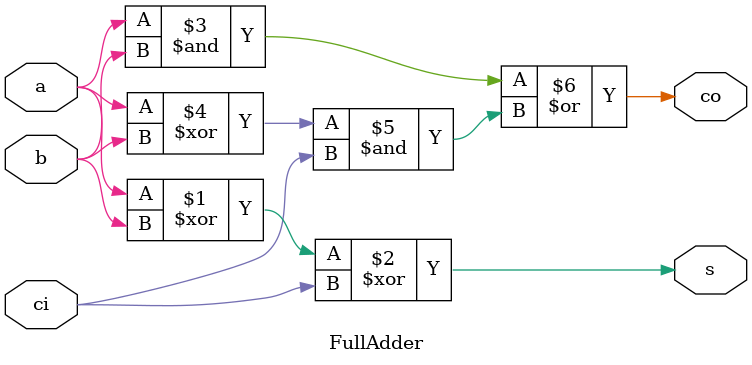
<source format=v>
module FullAdder(input a, input b, input ci, output s, output co);
        
    assign s = (a ^ b) ^ ci;
    assign co = (a & b) | (a^b)&ci;
    
endmodule


</source>
